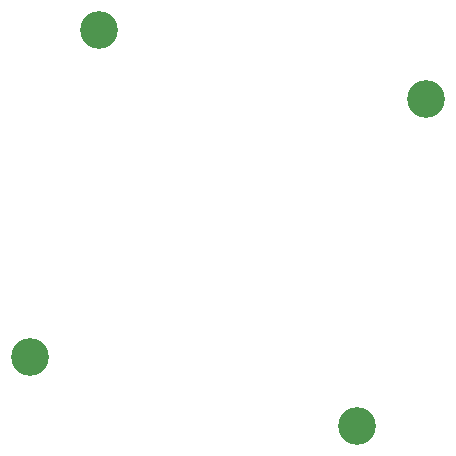
<source format=gbr>
%TF.GenerationSoftware,KiCad,Pcbnew,(6.0.8)*%
%TF.CreationDate,2022-10-21T01:17:33+13:00*%
%TF.ProjectId,Seedling,53656564-6c69-46e6-972e-6b696361645f,rev?*%
%TF.SameCoordinates,Original*%
%TF.FileFunction,Soldermask,Bot*%
%TF.FilePolarity,Negative*%
%FSLAX46Y46*%
G04 Gerber Fmt 4.6, Leading zero omitted, Abs format (unit mm)*
G04 Created by KiCad (PCBNEW (6.0.8)) date 2022-10-21 01:17:33*
%MOMM*%
%LPD*%
G01*
G04 APERTURE LIST*
%ADD10C,3.200000*%
G04 APERTURE END LIST*
D10*
%TO.C,H1*%
X-10892780Y16773411D03*
%TD*%
%TO.C,H2*%
X-16773411Y-10892780D03*
%TD*%
%TO.C,H4*%
X10892780Y-16773411D03*
%TD*%
%TO.C,H3*%
X16773411Y10892780D03*
%TD*%
M02*

</source>
